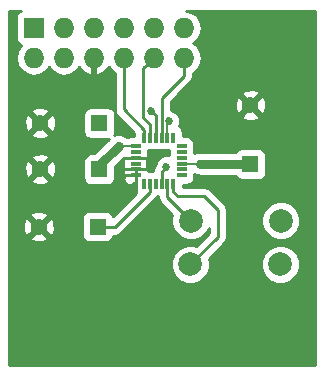
<source format=gtl>
G04 #@! TF.FileFunction,Copper,L1,Top,Signal*
%FSLAX46Y46*%
G04 Gerber Fmt 4.6, Leading zero omitted, Abs format (unit mm)*
G04 Created by KiCad (PCBNEW 4.0.1-3.201512221402+6198~38~ubuntu14.04.1-stable) date Sun 07 Feb 2016 08:00:25 PM PST*
%MOMM*%
G01*
G04 APERTURE LIST*
%ADD10C,0.100000*%
%ADD11R,0.850000X0.300000*%
%ADD12R,0.300000X0.850000*%
%ADD13R,1.727200X1.727200*%
%ADD14O,1.727200X1.727200*%
%ADD15R,1.400000X1.400000*%
%ADD16C,1.400000*%
%ADD17C,1.998980*%
%ADD18C,0.685800*%
%ADD19C,0.152400*%
%ADD20C,0.762000*%
%ADD21C,0.254000*%
G04 APERTURE END LIST*
D10*
D11*
X167120400Y-110094400D03*
X167120400Y-109594400D03*
X167120400Y-109094400D03*
X167120400Y-108594400D03*
X167120400Y-108094400D03*
X167120400Y-107594400D03*
D12*
X166420400Y-106894400D03*
X165920400Y-106894400D03*
X165420400Y-106894400D03*
X164920400Y-106894400D03*
X164420400Y-106894400D03*
X163920400Y-106894400D03*
D11*
X163220400Y-107594400D03*
X163220400Y-108094400D03*
X163220400Y-108594400D03*
X163220400Y-109094400D03*
X163220400Y-109594400D03*
X163220400Y-110094400D03*
D12*
X163920400Y-110794400D03*
X164420400Y-110794400D03*
X164920400Y-110794400D03*
X165420400Y-110794400D03*
X165920400Y-110794400D03*
X166420400Y-110794400D03*
D13*
X154597100Y-97612200D03*
D14*
X154597100Y-100152200D03*
X157137100Y-97612200D03*
X157137100Y-100152200D03*
X159677100Y-97612200D03*
X159677100Y-100152200D03*
X162217100Y-97612200D03*
X162217100Y-100152200D03*
X164757100Y-97612200D03*
X164757100Y-100152200D03*
X167297100Y-97612200D03*
X167297100Y-100152200D03*
D15*
X172948600Y-109143800D03*
D16*
X172948600Y-104143800D03*
D15*
X160143200Y-109575600D03*
D16*
X155143200Y-109575600D03*
D15*
X160147000Y-105664000D03*
D16*
X155147000Y-105664000D03*
D15*
X160020000Y-114427000D03*
D16*
X155020000Y-114427000D03*
D17*
X175488600Y-117627400D03*
X167868600Y-117627400D03*
X175514000Y-113919000D03*
X167894000Y-113919000D03*
D18*
X166042720Y-105525159D03*
X168680000Y-109094400D03*
X161798000Y-107594400D03*
X164541200Y-104622600D03*
X165836600Y-109372400D03*
D19*
X165920400Y-105647479D02*
X166042720Y-105525159D01*
X165920400Y-106894400D02*
X165920400Y-105647479D01*
D20*
X160143200Y-109575600D02*
X160143200Y-109249200D01*
X160143200Y-109249200D02*
X161798000Y-107594400D01*
X168680000Y-109094400D02*
X172899200Y-109094400D01*
X172899200Y-109094400D02*
X172948600Y-109143800D01*
D19*
X167120400Y-109094400D02*
X168680000Y-109094400D01*
X163220400Y-107594400D02*
X161798000Y-107594400D01*
X163144200Y-111480600D02*
X163118800Y-111506000D01*
D21*
X163220400Y-110094400D02*
X163220400Y-111404400D01*
X163220400Y-111404400D02*
X163144200Y-111480600D01*
X163220400Y-110094400D02*
X162215200Y-110094400D01*
X163220400Y-109594400D02*
X162211000Y-109594400D01*
X162211000Y-109594400D02*
X162204400Y-109601000D01*
X162204400Y-108610400D02*
X162026600Y-108788200D01*
X162525400Y-108610400D02*
X162204400Y-108610400D01*
X163220400Y-108594400D02*
X162541400Y-108594400D01*
X162541400Y-108594400D02*
X162525400Y-108610400D01*
X163220400Y-110094400D02*
X163220400Y-109594400D01*
X163220400Y-109594400D02*
X164192200Y-109594400D01*
X164192200Y-109594400D02*
X164211000Y-109575600D01*
X163899400Y-108594400D02*
X164178998Y-108594400D01*
X164178998Y-108594400D02*
X164211000Y-108626402D01*
X164204399Y-109568999D02*
X164211000Y-109575600D01*
X163220400Y-108594400D02*
X163899400Y-108594400D01*
X164211000Y-108626402D02*
X164211000Y-109575600D01*
D19*
X162627000Y-108610400D02*
X162229800Y-108610400D01*
X163220400Y-108594400D02*
X162643000Y-108594400D01*
X162643000Y-108594400D02*
X162627000Y-108610400D01*
D21*
X164920400Y-106894400D02*
X164920400Y-105001800D01*
X164920400Y-105001800D02*
X164541200Y-104622600D01*
X160020000Y-114427000D02*
X161466800Y-114427000D01*
X161466800Y-114427000D02*
X164420400Y-111473400D01*
X164420400Y-111473400D02*
X164420400Y-110794400D01*
X170180000Y-113004600D02*
X170180000Y-115316000D01*
X170180000Y-115316000D02*
X167868600Y-117627400D01*
X169172891Y-111997491D02*
X170180000Y-113004600D01*
X169037000Y-111836200D02*
X169172891Y-111972091D01*
X169172891Y-111972091D02*
X169172891Y-111997491D01*
X166783200Y-111836200D02*
X169037000Y-111836200D01*
X166420400Y-110794400D02*
X166420400Y-111473400D01*
X166420400Y-111473400D02*
X166783200Y-111836200D01*
X165920400Y-110794400D02*
X165920400Y-111945400D01*
X165920400Y-111945400D02*
X167894000Y-113919000D01*
X165420400Y-103565600D02*
X167297100Y-101688900D01*
X167297100Y-101688900D02*
X167297100Y-100152200D01*
X165420400Y-106894400D02*
X165420400Y-103565600D01*
X164420400Y-106894400D02*
X164420400Y-105771800D01*
X164420400Y-105771800D02*
X163880800Y-105232200D01*
X163880800Y-105232200D02*
X163893501Y-105219499D01*
X163893501Y-105219499D02*
X163893501Y-101015799D01*
X163893501Y-101015799D02*
X164757100Y-100152200D01*
X163920400Y-106894400D02*
X163920400Y-106215400D01*
X163920400Y-106215400D02*
X162217100Y-104512100D01*
X162217100Y-104512100D02*
X162217100Y-101373514D01*
X162217100Y-101373514D02*
X162217100Y-100152200D01*
X165430200Y-110105600D02*
X165430200Y-109778800D01*
X165430200Y-109778800D02*
X165836600Y-109372400D01*
X165420400Y-110794400D02*
X165420400Y-110115400D01*
X165420400Y-110115400D02*
X165430200Y-110105600D01*
G36*
X153498183Y-96145438D02*
X153282059Y-96284510D01*
X153137069Y-96496710D01*
X153086060Y-96748600D01*
X153086060Y-98475800D01*
X153130338Y-98711117D01*
X153269410Y-98927241D01*
X153481610Y-99072231D01*
X153525231Y-99081064D01*
X153508071Y-99092530D01*
X153183215Y-99578711D01*
X153069141Y-100152200D01*
X153183215Y-100725689D01*
X153508071Y-101211870D01*
X153994252Y-101536726D01*
X154567741Y-101650800D01*
X154626459Y-101650800D01*
X155199948Y-101536726D01*
X155686129Y-101211870D01*
X155867100Y-100941028D01*
X156048071Y-101211870D01*
X156534252Y-101536726D01*
X157107741Y-101650800D01*
X157166459Y-101650800D01*
X157739948Y-101536726D01*
X158226129Y-101211870D01*
X158407092Y-100941039D01*
X158788610Y-101359021D01*
X159318073Y-101607168D01*
X159550100Y-101486669D01*
X159550100Y-100279200D01*
X159530100Y-100279200D01*
X159530100Y-100025200D01*
X159550100Y-100025200D01*
X159550100Y-100005200D01*
X159804100Y-100005200D01*
X159804100Y-100025200D01*
X159824100Y-100025200D01*
X159824100Y-100279200D01*
X159804100Y-100279200D01*
X159804100Y-101486669D01*
X160036127Y-101607168D01*
X160565590Y-101359021D01*
X160947108Y-100941039D01*
X161128071Y-101211870D01*
X161455100Y-101430384D01*
X161455100Y-104512100D01*
X161513104Y-104803705D01*
X161604572Y-104940596D01*
X161678285Y-105050915D01*
X163122960Y-106495590D01*
X163122960Y-106796960D01*
X162795400Y-106796960D01*
X162560083Y-106841238D01*
X162511355Y-106872594D01*
X162354748Y-106767952D01*
X162352659Y-106765860D01*
X162349904Y-106764716D01*
X162186807Y-106655738D01*
X161996103Y-106617805D01*
X161993370Y-106616670D01*
X161990384Y-106616667D01*
X161798000Y-106578400D01*
X161607294Y-106616334D01*
X161604337Y-106616331D01*
X161601580Y-106617470D01*
X161417307Y-106654124D01*
X161443431Y-106615890D01*
X161494440Y-106364000D01*
X161494440Y-104964000D01*
X161450162Y-104728683D01*
X161311090Y-104512559D01*
X161098890Y-104367569D01*
X160847000Y-104316560D01*
X159447000Y-104316560D01*
X159211683Y-104360838D01*
X158995559Y-104499910D01*
X158850569Y-104712110D01*
X158799560Y-104964000D01*
X158799560Y-106364000D01*
X158843838Y-106599317D01*
X158982910Y-106815441D01*
X159195110Y-106960431D01*
X159447000Y-107011440D01*
X160847000Y-107011440D01*
X160966629Y-106988930D01*
X159727400Y-108228160D01*
X159443200Y-108228160D01*
X159207883Y-108272438D01*
X158991759Y-108411510D01*
X158846769Y-108623710D01*
X158795760Y-108875600D01*
X158795760Y-110275600D01*
X158840038Y-110510917D01*
X158979110Y-110727041D01*
X159191310Y-110872031D01*
X159443200Y-110923040D01*
X160843200Y-110923040D01*
X161078517Y-110878762D01*
X161294641Y-110739690D01*
X161439631Y-110527490D01*
X161490640Y-110275600D01*
X161490640Y-109338600D01*
X162160400Y-108668841D01*
X162160400Y-108721402D01*
X162193118Y-108721402D01*
X162174320Y-108814230D01*
X162160400Y-108828150D01*
X162160400Y-108870710D01*
X162162067Y-108874735D01*
X162147960Y-108944400D01*
X162147960Y-109244400D01*
X162161380Y-109315723D01*
X162160400Y-109318090D01*
X162160400Y-109360650D01*
X162172021Y-109372271D01*
X162192238Y-109479717D01*
X162258728Y-109583046D01*
X162257073Y-109584701D01*
X162160400Y-109818090D01*
X162160400Y-109870710D01*
X162257073Y-110104099D01*
X162322374Y-110169400D01*
X162319150Y-110169400D01*
X162160400Y-110328150D01*
X162160400Y-110370710D01*
X162257073Y-110604099D01*
X162435702Y-110782727D01*
X162669091Y-110879400D01*
X162934650Y-110879400D01*
X163093398Y-110720652D01*
X163093398Y-110879400D01*
X163122960Y-110879400D01*
X163122960Y-111219400D01*
X163167238Y-111454717D01*
X163243280Y-111572890D01*
X161323372Y-113492798D01*
X161323162Y-113491683D01*
X161184090Y-113275559D01*
X160971890Y-113130569D01*
X160720000Y-113079560D01*
X159320000Y-113079560D01*
X159084683Y-113123838D01*
X158868559Y-113262910D01*
X158723569Y-113475110D01*
X158672560Y-113727000D01*
X158672560Y-115127000D01*
X158716838Y-115362317D01*
X158855910Y-115578441D01*
X159068110Y-115723431D01*
X159320000Y-115774440D01*
X160720000Y-115774440D01*
X160955317Y-115730162D01*
X161171441Y-115591090D01*
X161316431Y-115378890D01*
X161354885Y-115189000D01*
X161466800Y-115189000D01*
X161758405Y-115130996D01*
X162005615Y-114965815D01*
X164959215Y-112012215D01*
X165056352Y-111866840D01*
X165070400Y-111866840D01*
X165158400Y-111850282D01*
X165158400Y-111945400D01*
X165216404Y-112237005D01*
X165369270Y-112465784D01*
X165381585Y-112484215D01*
X166327285Y-113429915D01*
X166259794Y-113592453D01*
X166259226Y-114242694D01*
X166507538Y-114843655D01*
X166966927Y-115303846D01*
X167567453Y-115553206D01*
X168217694Y-115553774D01*
X168818655Y-115305462D01*
X169278846Y-114846073D01*
X169418000Y-114510953D01*
X169418000Y-115000369D01*
X168357684Y-116060685D01*
X168195147Y-115993194D01*
X167544906Y-115992626D01*
X166943945Y-116240938D01*
X166483754Y-116700327D01*
X166234394Y-117300853D01*
X166233826Y-117951094D01*
X166482138Y-118552055D01*
X166941527Y-119012246D01*
X167542053Y-119261606D01*
X168192294Y-119262174D01*
X168793255Y-119013862D01*
X169253446Y-118554473D01*
X169502806Y-117953947D01*
X169502808Y-117951094D01*
X173853826Y-117951094D01*
X174102138Y-118552055D01*
X174561527Y-119012246D01*
X175162053Y-119261606D01*
X175812294Y-119262174D01*
X176413255Y-119013862D01*
X176873446Y-118554473D01*
X177122806Y-117953947D01*
X177123374Y-117303706D01*
X176875062Y-116702745D01*
X176415673Y-116242554D01*
X175815147Y-115993194D01*
X175164906Y-115992626D01*
X174563945Y-116240938D01*
X174103754Y-116700327D01*
X173854394Y-117300853D01*
X173853826Y-117951094D01*
X169502808Y-117951094D01*
X169503374Y-117303706D01*
X169435118Y-117138513D01*
X170718815Y-115854816D01*
X170883996Y-115607605D01*
X170889797Y-115578441D01*
X170942000Y-115316000D01*
X170942000Y-114242694D01*
X173879226Y-114242694D01*
X174127538Y-114843655D01*
X174586927Y-115303846D01*
X175187453Y-115553206D01*
X175837694Y-115553774D01*
X176438655Y-115305462D01*
X176898846Y-114846073D01*
X177148206Y-114245547D01*
X177148774Y-113595306D01*
X176900462Y-112994345D01*
X176441073Y-112534154D01*
X175840547Y-112284794D01*
X175190306Y-112284226D01*
X174589345Y-112532538D01*
X174129154Y-112991927D01*
X173879794Y-113592453D01*
X173879226Y-114242694D01*
X170942000Y-114242694D01*
X170942000Y-113004600D01*
X170883996Y-112712995D01*
X170859335Y-112676087D01*
X170718815Y-112465784D01*
X169762854Y-111509824D01*
X169711706Y-111433276D01*
X169575815Y-111297385D01*
X169569993Y-111293495D01*
X169328605Y-111132204D01*
X169037000Y-111074200D01*
X167217840Y-111074200D01*
X167217840Y-110891840D01*
X167545400Y-110891840D01*
X167780717Y-110847562D01*
X167996841Y-110708490D01*
X168141831Y-110496290D01*
X168192840Y-110244400D01*
X168192840Y-109967344D01*
X168291194Y-110033062D01*
X168481896Y-110070995D01*
X168484630Y-110072130D01*
X168487616Y-110072133D01*
X168680000Y-110110400D01*
X171665568Y-110110400D01*
X171784510Y-110295241D01*
X171996710Y-110440231D01*
X172248600Y-110491240D01*
X173648600Y-110491240D01*
X173883917Y-110446962D01*
X174100041Y-110307890D01*
X174245031Y-110095690D01*
X174296040Y-109843800D01*
X174296040Y-108443800D01*
X174251762Y-108208483D01*
X174112690Y-107992359D01*
X173900490Y-107847369D01*
X173648600Y-107796360D01*
X172248600Y-107796360D01*
X172013283Y-107840638D01*
X171797159Y-107979710D01*
X171729727Y-108078400D01*
X168680000Y-108078400D01*
X168489294Y-108116334D01*
X168486337Y-108116331D01*
X168483580Y-108117470D01*
X168291194Y-108155738D01*
X168192840Y-108221456D01*
X168192840Y-107944400D01*
X168173333Y-107840729D01*
X168192840Y-107744400D01*
X168192840Y-107444400D01*
X168148562Y-107209083D01*
X168009490Y-106992959D01*
X167797290Y-106847969D01*
X167545400Y-106796960D01*
X167217840Y-106796960D01*
X167217840Y-106469400D01*
X167173562Y-106234083D01*
X167034490Y-106017959D01*
X166927345Y-105944750D01*
X167020450Y-105720529D01*
X167020789Y-105331496D01*
X166916492Y-105079075D01*
X172192931Y-105079075D01*
X172254769Y-105314842D01*
X172755722Y-105491219D01*
X173286040Y-105462464D01*
X173642431Y-105314842D01*
X173704269Y-105079075D01*
X172948600Y-104323405D01*
X172192931Y-105079075D01*
X166916492Y-105079075D01*
X166872227Y-104971947D01*
X166597379Y-104696619D01*
X166238090Y-104547429D01*
X166182400Y-104547380D01*
X166182400Y-103950922D01*
X171601181Y-103950922D01*
X171629936Y-104481240D01*
X171777558Y-104837631D01*
X172013325Y-104899469D01*
X172768995Y-104143800D01*
X173128205Y-104143800D01*
X173883875Y-104899469D01*
X174119642Y-104837631D01*
X174296019Y-104336678D01*
X174267264Y-103806360D01*
X174119642Y-103449969D01*
X173883875Y-103388131D01*
X173128205Y-104143800D01*
X172768995Y-104143800D01*
X172013325Y-103388131D01*
X171777558Y-103449969D01*
X171601181Y-103950922D01*
X166182400Y-103950922D01*
X166182400Y-103881230D01*
X166855105Y-103208525D01*
X172192931Y-103208525D01*
X172948600Y-103964195D01*
X173704269Y-103208525D01*
X173642431Y-102972758D01*
X173141478Y-102796381D01*
X172611160Y-102825136D01*
X172254769Y-102972758D01*
X172192931Y-103208525D01*
X166855105Y-103208525D01*
X167835916Y-102227715D01*
X168001097Y-101980504D01*
X168059100Y-101688900D01*
X168059100Y-101430384D01*
X168386129Y-101211870D01*
X168710985Y-100725689D01*
X168825059Y-100152200D01*
X168710985Y-99578711D01*
X168386129Y-99092530D01*
X168071348Y-98882200D01*
X168386129Y-98671870D01*
X168710985Y-98185689D01*
X168825059Y-97612200D01*
X168710985Y-97038711D01*
X168386129Y-96552530D01*
X167899948Y-96227674D01*
X167454153Y-96139000D01*
X178435000Y-96139000D01*
X178435000Y-126111000D01*
X152527000Y-126111000D01*
X152527000Y-115362275D01*
X154264331Y-115362275D01*
X154326169Y-115598042D01*
X154827122Y-115774419D01*
X155357440Y-115745664D01*
X155713831Y-115598042D01*
X155775669Y-115362275D01*
X155020000Y-114606605D01*
X154264331Y-115362275D01*
X152527000Y-115362275D01*
X152527000Y-114234122D01*
X153672581Y-114234122D01*
X153701336Y-114764440D01*
X153848958Y-115120831D01*
X154084725Y-115182669D01*
X154840395Y-114427000D01*
X155199605Y-114427000D01*
X155955275Y-115182669D01*
X156191042Y-115120831D01*
X156367419Y-114619878D01*
X156338664Y-114089560D01*
X156191042Y-113733169D01*
X155955275Y-113671331D01*
X155199605Y-114427000D01*
X154840395Y-114427000D01*
X154084725Y-113671331D01*
X153848958Y-113733169D01*
X153672581Y-114234122D01*
X152527000Y-114234122D01*
X152527000Y-113491725D01*
X154264331Y-113491725D01*
X155020000Y-114247395D01*
X155775669Y-113491725D01*
X155713831Y-113255958D01*
X155212878Y-113079581D01*
X154682560Y-113108336D01*
X154326169Y-113255958D01*
X154264331Y-113491725D01*
X152527000Y-113491725D01*
X152527000Y-110510875D01*
X154387531Y-110510875D01*
X154449369Y-110746642D01*
X154950322Y-110923019D01*
X155480640Y-110894264D01*
X155837031Y-110746642D01*
X155898869Y-110510875D01*
X155143200Y-109755205D01*
X154387531Y-110510875D01*
X152527000Y-110510875D01*
X152527000Y-109382722D01*
X153795781Y-109382722D01*
X153824536Y-109913040D01*
X153972158Y-110269431D01*
X154207925Y-110331269D01*
X154963595Y-109575600D01*
X155322805Y-109575600D01*
X156078475Y-110331269D01*
X156314242Y-110269431D01*
X156490619Y-109768478D01*
X156461864Y-109238160D01*
X156314242Y-108881769D01*
X156078475Y-108819931D01*
X155322805Y-109575600D01*
X154963595Y-109575600D01*
X154207925Y-108819931D01*
X153972158Y-108881769D01*
X153795781Y-109382722D01*
X152527000Y-109382722D01*
X152527000Y-108640325D01*
X154387531Y-108640325D01*
X155143200Y-109395995D01*
X155898869Y-108640325D01*
X155837031Y-108404558D01*
X155336078Y-108228181D01*
X154805760Y-108256936D01*
X154449369Y-108404558D01*
X154387531Y-108640325D01*
X152527000Y-108640325D01*
X152527000Y-106599275D01*
X154391331Y-106599275D01*
X154453169Y-106835042D01*
X154954122Y-107011419D01*
X155484440Y-106982664D01*
X155840831Y-106835042D01*
X155902669Y-106599275D01*
X155147000Y-105843605D01*
X154391331Y-106599275D01*
X152527000Y-106599275D01*
X152527000Y-105471122D01*
X153799581Y-105471122D01*
X153828336Y-106001440D01*
X153975958Y-106357831D01*
X154211725Y-106419669D01*
X154967395Y-105664000D01*
X155326605Y-105664000D01*
X156082275Y-106419669D01*
X156318042Y-106357831D01*
X156494419Y-105856878D01*
X156465664Y-105326560D01*
X156318042Y-104970169D01*
X156082275Y-104908331D01*
X155326605Y-105664000D01*
X154967395Y-105664000D01*
X154211725Y-104908331D01*
X153975958Y-104970169D01*
X153799581Y-105471122D01*
X152527000Y-105471122D01*
X152527000Y-104728725D01*
X154391331Y-104728725D01*
X155147000Y-105484395D01*
X155902669Y-104728725D01*
X155840831Y-104492958D01*
X155339878Y-104316581D01*
X154809560Y-104345336D01*
X154453169Y-104492958D01*
X154391331Y-104728725D01*
X152527000Y-104728725D01*
X152527000Y-96139000D01*
X153532398Y-96139000D01*
X153498183Y-96145438D01*
X153498183Y-96145438D01*
G37*
X153498183Y-96145438D02*
X153282059Y-96284510D01*
X153137069Y-96496710D01*
X153086060Y-96748600D01*
X153086060Y-98475800D01*
X153130338Y-98711117D01*
X153269410Y-98927241D01*
X153481610Y-99072231D01*
X153525231Y-99081064D01*
X153508071Y-99092530D01*
X153183215Y-99578711D01*
X153069141Y-100152200D01*
X153183215Y-100725689D01*
X153508071Y-101211870D01*
X153994252Y-101536726D01*
X154567741Y-101650800D01*
X154626459Y-101650800D01*
X155199948Y-101536726D01*
X155686129Y-101211870D01*
X155867100Y-100941028D01*
X156048071Y-101211870D01*
X156534252Y-101536726D01*
X157107741Y-101650800D01*
X157166459Y-101650800D01*
X157739948Y-101536726D01*
X158226129Y-101211870D01*
X158407092Y-100941039D01*
X158788610Y-101359021D01*
X159318073Y-101607168D01*
X159550100Y-101486669D01*
X159550100Y-100279200D01*
X159530100Y-100279200D01*
X159530100Y-100025200D01*
X159550100Y-100025200D01*
X159550100Y-100005200D01*
X159804100Y-100005200D01*
X159804100Y-100025200D01*
X159824100Y-100025200D01*
X159824100Y-100279200D01*
X159804100Y-100279200D01*
X159804100Y-101486669D01*
X160036127Y-101607168D01*
X160565590Y-101359021D01*
X160947108Y-100941039D01*
X161128071Y-101211870D01*
X161455100Y-101430384D01*
X161455100Y-104512100D01*
X161513104Y-104803705D01*
X161604572Y-104940596D01*
X161678285Y-105050915D01*
X163122960Y-106495590D01*
X163122960Y-106796960D01*
X162795400Y-106796960D01*
X162560083Y-106841238D01*
X162511355Y-106872594D01*
X162354748Y-106767952D01*
X162352659Y-106765860D01*
X162349904Y-106764716D01*
X162186807Y-106655738D01*
X161996103Y-106617805D01*
X161993370Y-106616670D01*
X161990384Y-106616667D01*
X161798000Y-106578400D01*
X161607294Y-106616334D01*
X161604337Y-106616331D01*
X161601580Y-106617470D01*
X161417307Y-106654124D01*
X161443431Y-106615890D01*
X161494440Y-106364000D01*
X161494440Y-104964000D01*
X161450162Y-104728683D01*
X161311090Y-104512559D01*
X161098890Y-104367569D01*
X160847000Y-104316560D01*
X159447000Y-104316560D01*
X159211683Y-104360838D01*
X158995559Y-104499910D01*
X158850569Y-104712110D01*
X158799560Y-104964000D01*
X158799560Y-106364000D01*
X158843838Y-106599317D01*
X158982910Y-106815441D01*
X159195110Y-106960431D01*
X159447000Y-107011440D01*
X160847000Y-107011440D01*
X160966629Y-106988930D01*
X159727400Y-108228160D01*
X159443200Y-108228160D01*
X159207883Y-108272438D01*
X158991759Y-108411510D01*
X158846769Y-108623710D01*
X158795760Y-108875600D01*
X158795760Y-110275600D01*
X158840038Y-110510917D01*
X158979110Y-110727041D01*
X159191310Y-110872031D01*
X159443200Y-110923040D01*
X160843200Y-110923040D01*
X161078517Y-110878762D01*
X161294641Y-110739690D01*
X161439631Y-110527490D01*
X161490640Y-110275600D01*
X161490640Y-109338600D01*
X162160400Y-108668841D01*
X162160400Y-108721402D01*
X162193118Y-108721402D01*
X162174320Y-108814230D01*
X162160400Y-108828150D01*
X162160400Y-108870710D01*
X162162067Y-108874735D01*
X162147960Y-108944400D01*
X162147960Y-109244400D01*
X162161380Y-109315723D01*
X162160400Y-109318090D01*
X162160400Y-109360650D01*
X162172021Y-109372271D01*
X162192238Y-109479717D01*
X162258728Y-109583046D01*
X162257073Y-109584701D01*
X162160400Y-109818090D01*
X162160400Y-109870710D01*
X162257073Y-110104099D01*
X162322374Y-110169400D01*
X162319150Y-110169400D01*
X162160400Y-110328150D01*
X162160400Y-110370710D01*
X162257073Y-110604099D01*
X162435702Y-110782727D01*
X162669091Y-110879400D01*
X162934650Y-110879400D01*
X163093398Y-110720652D01*
X163093398Y-110879400D01*
X163122960Y-110879400D01*
X163122960Y-111219400D01*
X163167238Y-111454717D01*
X163243280Y-111572890D01*
X161323372Y-113492798D01*
X161323162Y-113491683D01*
X161184090Y-113275559D01*
X160971890Y-113130569D01*
X160720000Y-113079560D01*
X159320000Y-113079560D01*
X159084683Y-113123838D01*
X158868559Y-113262910D01*
X158723569Y-113475110D01*
X158672560Y-113727000D01*
X158672560Y-115127000D01*
X158716838Y-115362317D01*
X158855910Y-115578441D01*
X159068110Y-115723431D01*
X159320000Y-115774440D01*
X160720000Y-115774440D01*
X160955317Y-115730162D01*
X161171441Y-115591090D01*
X161316431Y-115378890D01*
X161354885Y-115189000D01*
X161466800Y-115189000D01*
X161758405Y-115130996D01*
X162005615Y-114965815D01*
X164959215Y-112012215D01*
X165056352Y-111866840D01*
X165070400Y-111866840D01*
X165158400Y-111850282D01*
X165158400Y-111945400D01*
X165216404Y-112237005D01*
X165369270Y-112465784D01*
X165381585Y-112484215D01*
X166327285Y-113429915D01*
X166259794Y-113592453D01*
X166259226Y-114242694D01*
X166507538Y-114843655D01*
X166966927Y-115303846D01*
X167567453Y-115553206D01*
X168217694Y-115553774D01*
X168818655Y-115305462D01*
X169278846Y-114846073D01*
X169418000Y-114510953D01*
X169418000Y-115000369D01*
X168357684Y-116060685D01*
X168195147Y-115993194D01*
X167544906Y-115992626D01*
X166943945Y-116240938D01*
X166483754Y-116700327D01*
X166234394Y-117300853D01*
X166233826Y-117951094D01*
X166482138Y-118552055D01*
X166941527Y-119012246D01*
X167542053Y-119261606D01*
X168192294Y-119262174D01*
X168793255Y-119013862D01*
X169253446Y-118554473D01*
X169502806Y-117953947D01*
X169502808Y-117951094D01*
X173853826Y-117951094D01*
X174102138Y-118552055D01*
X174561527Y-119012246D01*
X175162053Y-119261606D01*
X175812294Y-119262174D01*
X176413255Y-119013862D01*
X176873446Y-118554473D01*
X177122806Y-117953947D01*
X177123374Y-117303706D01*
X176875062Y-116702745D01*
X176415673Y-116242554D01*
X175815147Y-115993194D01*
X175164906Y-115992626D01*
X174563945Y-116240938D01*
X174103754Y-116700327D01*
X173854394Y-117300853D01*
X173853826Y-117951094D01*
X169502808Y-117951094D01*
X169503374Y-117303706D01*
X169435118Y-117138513D01*
X170718815Y-115854816D01*
X170883996Y-115607605D01*
X170889797Y-115578441D01*
X170942000Y-115316000D01*
X170942000Y-114242694D01*
X173879226Y-114242694D01*
X174127538Y-114843655D01*
X174586927Y-115303846D01*
X175187453Y-115553206D01*
X175837694Y-115553774D01*
X176438655Y-115305462D01*
X176898846Y-114846073D01*
X177148206Y-114245547D01*
X177148774Y-113595306D01*
X176900462Y-112994345D01*
X176441073Y-112534154D01*
X175840547Y-112284794D01*
X175190306Y-112284226D01*
X174589345Y-112532538D01*
X174129154Y-112991927D01*
X173879794Y-113592453D01*
X173879226Y-114242694D01*
X170942000Y-114242694D01*
X170942000Y-113004600D01*
X170883996Y-112712995D01*
X170859335Y-112676087D01*
X170718815Y-112465784D01*
X169762854Y-111509824D01*
X169711706Y-111433276D01*
X169575815Y-111297385D01*
X169569993Y-111293495D01*
X169328605Y-111132204D01*
X169037000Y-111074200D01*
X167217840Y-111074200D01*
X167217840Y-110891840D01*
X167545400Y-110891840D01*
X167780717Y-110847562D01*
X167996841Y-110708490D01*
X168141831Y-110496290D01*
X168192840Y-110244400D01*
X168192840Y-109967344D01*
X168291194Y-110033062D01*
X168481896Y-110070995D01*
X168484630Y-110072130D01*
X168487616Y-110072133D01*
X168680000Y-110110400D01*
X171665568Y-110110400D01*
X171784510Y-110295241D01*
X171996710Y-110440231D01*
X172248600Y-110491240D01*
X173648600Y-110491240D01*
X173883917Y-110446962D01*
X174100041Y-110307890D01*
X174245031Y-110095690D01*
X174296040Y-109843800D01*
X174296040Y-108443800D01*
X174251762Y-108208483D01*
X174112690Y-107992359D01*
X173900490Y-107847369D01*
X173648600Y-107796360D01*
X172248600Y-107796360D01*
X172013283Y-107840638D01*
X171797159Y-107979710D01*
X171729727Y-108078400D01*
X168680000Y-108078400D01*
X168489294Y-108116334D01*
X168486337Y-108116331D01*
X168483580Y-108117470D01*
X168291194Y-108155738D01*
X168192840Y-108221456D01*
X168192840Y-107944400D01*
X168173333Y-107840729D01*
X168192840Y-107744400D01*
X168192840Y-107444400D01*
X168148562Y-107209083D01*
X168009490Y-106992959D01*
X167797290Y-106847969D01*
X167545400Y-106796960D01*
X167217840Y-106796960D01*
X167217840Y-106469400D01*
X167173562Y-106234083D01*
X167034490Y-106017959D01*
X166927345Y-105944750D01*
X167020450Y-105720529D01*
X167020789Y-105331496D01*
X166916492Y-105079075D01*
X172192931Y-105079075D01*
X172254769Y-105314842D01*
X172755722Y-105491219D01*
X173286040Y-105462464D01*
X173642431Y-105314842D01*
X173704269Y-105079075D01*
X172948600Y-104323405D01*
X172192931Y-105079075D01*
X166916492Y-105079075D01*
X166872227Y-104971947D01*
X166597379Y-104696619D01*
X166238090Y-104547429D01*
X166182400Y-104547380D01*
X166182400Y-103950922D01*
X171601181Y-103950922D01*
X171629936Y-104481240D01*
X171777558Y-104837631D01*
X172013325Y-104899469D01*
X172768995Y-104143800D01*
X173128205Y-104143800D01*
X173883875Y-104899469D01*
X174119642Y-104837631D01*
X174296019Y-104336678D01*
X174267264Y-103806360D01*
X174119642Y-103449969D01*
X173883875Y-103388131D01*
X173128205Y-104143800D01*
X172768995Y-104143800D01*
X172013325Y-103388131D01*
X171777558Y-103449969D01*
X171601181Y-103950922D01*
X166182400Y-103950922D01*
X166182400Y-103881230D01*
X166855105Y-103208525D01*
X172192931Y-103208525D01*
X172948600Y-103964195D01*
X173704269Y-103208525D01*
X173642431Y-102972758D01*
X173141478Y-102796381D01*
X172611160Y-102825136D01*
X172254769Y-102972758D01*
X172192931Y-103208525D01*
X166855105Y-103208525D01*
X167835916Y-102227715D01*
X168001097Y-101980504D01*
X168059100Y-101688900D01*
X168059100Y-101430384D01*
X168386129Y-101211870D01*
X168710985Y-100725689D01*
X168825059Y-100152200D01*
X168710985Y-99578711D01*
X168386129Y-99092530D01*
X168071348Y-98882200D01*
X168386129Y-98671870D01*
X168710985Y-98185689D01*
X168825059Y-97612200D01*
X168710985Y-97038711D01*
X168386129Y-96552530D01*
X167899948Y-96227674D01*
X167454153Y-96139000D01*
X178435000Y-96139000D01*
X178435000Y-126111000D01*
X152527000Y-126111000D01*
X152527000Y-115362275D01*
X154264331Y-115362275D01*
X154326169Y-115598042D01*
X154827122Y-115774419D01*
X155357440Y-115745664D01*
X155713831Y-115598042D01*
X155775669Y-115362275D01*
X155020000Y-114606605D01*
X154264331Y-115362275D01*
X152527000Y-115362275D01*
X152527000Y-114234122D01*
X153672581Y-114234122D01*
X153701336Y-114764440D01*
X153848958Y-115120831D01*
X154084725Y-115182669D01*
X154840395Y-114427000D01*
X155199605Y-114427000D01*
X155955275Y-115182669D01*
X156191042Y-115120831D01*
X156367419Y-114619878D01*
X156338664Y-114089560D01*
X156191042Y-113733169D01*
X155955275Y-113671331D01*
X155199605Y-114427000D01*
X154840395Y-114427000D01*
X154084725Y-113671331D01*
X153848958Y-113733169D01*
X153672581Y-114234122D01*
X152527000Y-114234122D01*
X152527000Y-113491725D01*
X154264331Y-113491725D01*
X155020000Y-114247395D01*
X155775669Y-113491725D01*
X155713831Y-113255958D01*
X155212878Y-113079581D01*
X154682560Y-113108336D01*
X154326169Y-113255958D01*
X154264331Y-113491725D01*
X152527000Y-113491725D01*
X152527000Y-110510875D01*
X154387531Y-110510875D01*
X154449369Y-110746642D01*
X154950322Y-110923019D01*
X155480640Y-110894264D01*
X155837031Y-110746642D01*
X155898869Y-110510875D01*
X155143200Y-109755205D01*
X154387531Y-110510875D01*
X152527000Y-110510875D01*
X152527000Y-109382722D01*
X153795781Y-109382722D01*
X153824536Y-109913040D01*
X153972158Y-110269431D01*
X154207925Y-110331269D01*
X154963595Y-109575600D01*
X155322805Y-109575600D01*
X156078475Y-110331269D01*
X156314242Y-110269431D01*
X156490619Y-109768478D01*
X156461864Y-109238160D01*
X156314242Y-108881769D01*
X156078475Y-108819931D01*
X155322805Y-109575600D01*
X154963595Y-109575600D01*
X154207925Y-108819931D01*
X153972158Y-108881769D01*
X153795781Y-109382722D01*
X152527000Y-109382722D01*
X152527000Y-108640325D01*
X154387531Y-108640325D01*
X155143200Y-109395995D01*
X155898869Y-108640325D01*
X155837031Y-108404558D01*
X155336078Y-108228181D01*
X154805760Y-108256936D01*
X154449369Y-108404558D01*
X154387531Y-108640325D01*
X152527000Y-108640325D01*
X152527000Y-106599275D01*
X154391331Y-106599275D01*
X154453169Y-106835042D01*
X154954122Y-107011419D01*
X155484440Y-106982664D01*
X155840831Y-106835042D01*
X155902669Y-106599275D01*
X155147000Y-105843605D01*
X154391331Y-106599275D01*
X152527000Y-106599275D01*
X152527000Y-105471122D01*
X153799581Y-105471122D01*
X153828336Y-106001440D01*
X153975958Y-106357831D01*
X154211725Y-106419669D01*
X154967395Y-105664000D01*
X155326605Y-105664000D01*
X156082275Y-106419669D01*
X156318042Y-106357831D01*
X156494419Y-105856878D01*
X156465664Y-105326560D01*
X156318042Y-104970169D01*
X156082275Y-104908331D01*
X155326605Y-105664000D01*
X154967395Y-105664000D01*
X154211725Y-104908331D01*
X153975958Y-104970169D01*
X153799581Y-105471122D01*
X152527000Y-105471122D01*
X152527000Y-104728725D01*
X154391331Y-104728725D01*
X155147000Y-105484395D01*
X155902669Y-104728725D01*
X155840831Y-104492958D01*
X155339878Y-104316581D01*
X154809560Y-104345336D01*
X154453169Y-104492958D01*
X154391331Y-104728725D01*
X152527000Y-104728725D01*
X152527000Y-96139000D01*
X153532398Y-96139000D01*
X153498183Y-96145438D01*
G36*
X165770400Y-107966840D02*
X166047960Y-107966840D01*
X166047960Y-108244400D01*
X166067467Y-108348071D01*
X166056009Y-108404652D01*
X166031970Y-108394670D01*
X165642937Y-108394331D01*
X165283388Y-108542893D01*
X165008060Y-108817741D01*
X164858870Y-109177030D01*
X164858773Y-109288793D01*
X164726204Y-109487195D01*
X164675972Y-109739728D01*
X164666729Y-109741467D01*
X164570400Y-109721960D01*
X164270400Y-109721960D01*
X164242738Y-109727165D01*
X164183727Y-109584701D01*
X164182358Y-109583332D01*
X164241831Y-109496290D01*
X164266480Y-109374570D01*
X164280400Y-109360650D01*
X164280400Y-109318090D01*
X164278733Y-109314065D01*
X164292840Y-109244400D01*
X164292840Y-108944400D01*
X164279420Y-108873077D01*
X164280400Y-108870710D01*
X164280400Y-108828150D01*
X164268779Y-108816529D01*
X164248562Y-108709083D01*
X164174780Y-108594422D01*
X164241831Y-108496290D01*
X164266480Y-108374570D01*
X164280400Y-108360650D01*
X164280400Y-108318090D01*
X164278733Y-108314065D01*
X164292840Y-108244400D01*
X164292840Y-107966840D01*
X164570400Y-107966840D01*
X164674071Y-107947333D01*
X164770400Y-107966840D01*
X165070400Y-107966840D01*
X165174071Y-107947333D01*
X165270400Y-107966840D01*
X165570400Y-107966840D01*
X165674071Y-107947333D01*
X165770400Y-107966840D01*
X165770400Y-107966840D01*
G37*
X165770400Y-107966840D02*
X166047960Y-107966840D01*
X166047960Y-108244400D01*
X166067467Y-108348071D01*
X166056009Y-108404652D01*
X166031970Y-108394670D01*
X165642937Y-108394331D01*
X165283388Y-108542893D01*
X165008060Y-108817741D01*
X164858870Y-109177030D01*
X164858773Y-109288793D01*
X164726204Y-109487195D01*
X164675972Y-109739728D01*
X164666729Y-109741467D01*
X164570400Y-109721960D01*
X164270400Y-109721960D01*
X164242738Y-109727165D01*
X164183727Y-109584701D01*
X164182358Y-109583332D01*
X164241831Y-109496290D01*
X164266480Y-109374570D01*
X164280400Y-109360650D01*
X164280400Y-109318090D01*
X164278733Y-109314065D01*
X164292840Y-109244400D01*
X164292840Y-108944400D01*
X164279420Y-108873077D01*
X164280400Y-108870710D01*
X164280400Y-108828150D01*
X164268779Y-108816529D01*
X164248562Y-108709083D01*
X164174780Y-108594422D01*
X164241831Y-108496290D01*
X164266480Y-108374570D01*
X164280400Y-108360650D01*
X164280400Y-108318090D01*
X164278733Y-108314065D01*
X164292840Y-108244400D01*
X164292840Y-107966840D01*
X164570400Y-107966840D01*
X164674071Y-107947333D01*
X164770400Y-107966840D01*
X165070400Y-107966840D01*
X165174071Y-107947333D01*
X165270400Y-107966840D01*
X165570400Y-107966840D01*
X165674071Y-107947333D01*
X165770400Y-107966840D01*
M02*

</source>
